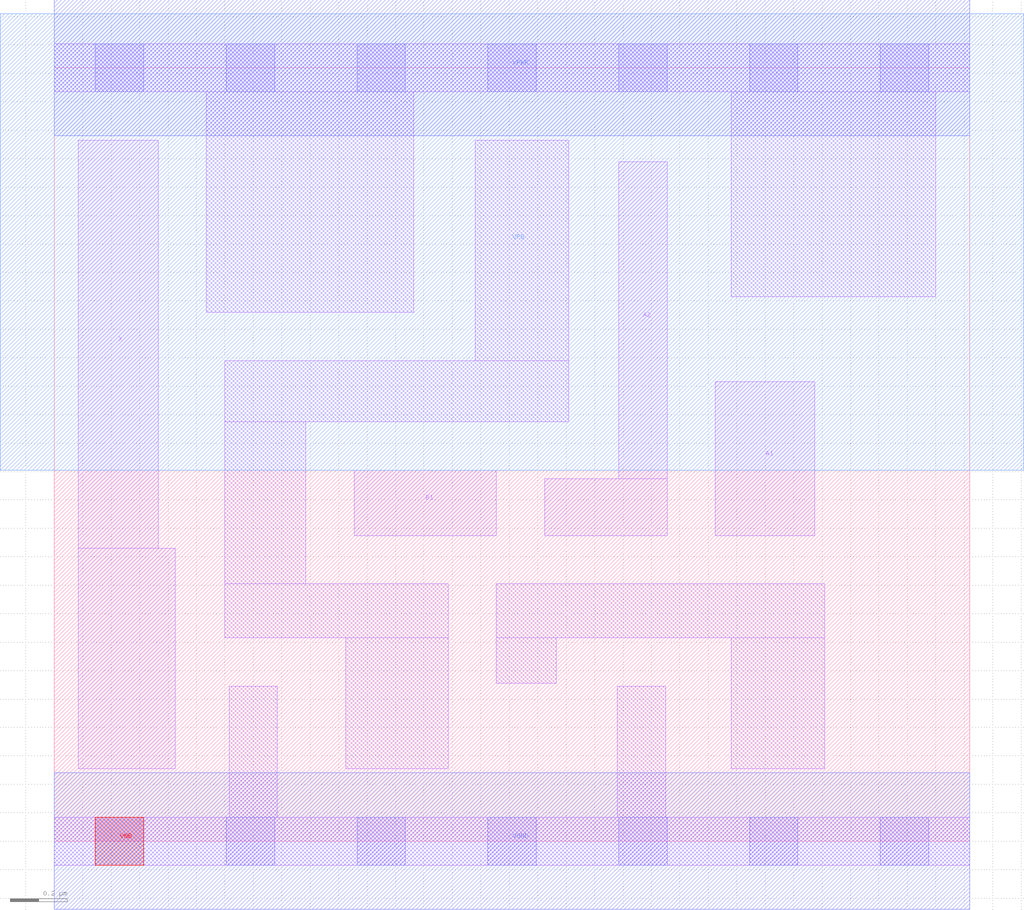
<source format=lef>
# Copyright 2020 The SkyWater PDK Authors
#
# Licensed under the Apache License, Version 2.0 (the "License");
# you may not use this file except in compliance with the License.
# You may obtain a copy of the License at
#
#     https://www.apache.org/licenses/LICENSE-2.0
#
# Unless required by applicable law or agreed to in writing, software
# distributed under the License is distributed on an "AS IS" BASIS,
# WITHOUT WARRANTIES OR CONDITIONS OF ANY KIND, either express or implied.
# See the License for the specific language governing permissions and
# limitations under the License.
#
# SPDX-License-Identifier: Apache-2.0

VERSION 5.7 ;
  NOWIREEXTENSIONATPIN ON ;
  DIVIDERCHAR "/" ;
  BUSBITCHARS "[]" ;
PROPERTYDEFINITIONS
  MACRO maskLayoutSubType STRING ;
  MACRO prCellType STRING ;
  MACRO originalViewName STRING ;
END PROPERTYDEFINITIONS
MACRO sky130_fd_sc_hdll__o21a_1
  CLASS CORE ;
  FOREIGN sky130_fd_sc_hdll__o21a_1 ;
  ORIGIN  0.000000  0.000000 ;
  SIZE  3.220000 BY  2.720000 ;
  SYMMETRY X Y R90 ;
  SITE unithd ;
  PIN A1
    ANTENNAGATEAREA  0.277500 ;
    DIRECTION INPUT ;
    USE SIGNAL ;
    PORT
      LAYER li1 ;
        RECT 2.325000 1.075000 2.675000 1.615000 ;
    END
  END A1
  PIN A2
    ANTENNAGATEAREA  0.277500 ;
    DIRECTION INPUT ;
    USE SIGNAL ;
    PORT
      LAYER li1 ;
        RECT 1.725000 1.075000 2.155000 1.275000 ;
        RECT 1.985000 1.275000 2.155000 2.390000 ;
    END
  END A2
  PIN B1
    ANTENNAGATEAREA  0.277500 ;
    DIRECTION INPUT ;
    USE SIGNAL ;
    PORT
      LAYER li1 ;
        RECT 1.055000 1.075000 1.555000 1.305000 ;
    END
  END B1
  PIN VGND
    ANTENNADIFFAREA  0.383500 ;
    DIRECTION INOUT ;
    USE SIGNAL ;
    PORT
      LAYER met1 ;
        RECT 0.000000 -0.240000 3.220000 0.240000 ;
    END
  END VGND
  PIN VNB
    PORT
      LAYER pwell ;
        RECT 0.145000 -0.085000 0.315000 0.085000 ;
    END
  END VNB
  PIN VPB
    PORT
      LAYER nwell ;
        RECT -0.190000 1.305000 3.410000 2.910000 ;
    END
  END VPB
  PIN VPWR
    ANTENNADIFFAREA  1.255000 ;
    DIRECTION INOUT ;
    USE SIGNAL ;
    PORT
      LAYER met1 ;
        RECT 0.000000 2.480000 3.220000 2.960000 ;
    END
  END VPWR
  PIN X
    ANTENNADIFFAREA  0.472000 ;
    DIRECTION OUTPUT ;
    USE SIGNAL ;
    PORT
      LAYER li1 ;
        RECT 0.085000 0.255000 0.425000 1.030000 ;
        RECT 0.085000 1.030000 0.365000 2.465000 ;
    END
  END X
  OBS
    LAYER li1 ;
      RECT 0.000000 -0.085000 3.220000 0.085000 ;
      RECT 0.000000  2.635000 3.220000 2.805000 ;
      RECT 0.535000  1.860000 1.265000 2.635000 ;
      RECT 0.600000  0.715000 1.385000 0.905000 ;
      RECT 0.600000  0.905000 0.885000 1.475000 ;
      RECT 0.600000  1.475000 1.810000 1.690000 ;
      RECT 0.615000  0.085000 0.785000 0.545000 ;
      RECT 1.025000  0.255000 1.385000 0.715000 ;
      RECT 1.480000  1.690000 1.810000 2.465000 ;
      RECT 1.555000  0.555000 1.765000 0.715000 ;
      RECT 1.555000  0.715000 2.710000 0.905000 ;
      RECT 1.980000  0.085000 2.150000 0.545000 ;
      RECT 2.380000  0.255000 2.710000 0.715000 ;
      RECT 2.380000  1.915000 3.100000 2.635000 ;
    LAYER mcon ;
      RECT 0.145000 -0.085000 0.315000 0.085000 ;
      RECT 0.145000  2.635000 0.315000 2.805000 ;
      RECT 0.605000 -0.085000 0.775000 0.085000 ;
      RECT 0.605000  2.635000 0.775000 2.805000 ;
      RECT 1.065000 -0.085000 1.235000 0.085000 ;
      RECT 1.065000  2.635000 1.235000 2.805000 ;
      RECT 1.525000 -0.085000 1.695000 0.085000 ;
      RECT 1.525000  2.635000 1.695000 2.805000 ;
      RECT 1.985000 -0.085000 2.155000 0.085000 ;
      RECT 1.985000  2.635000 2.155000 2.805000 ;
      RECT 2.445000 -0.085000 2.615000 0.085000 ;
      RECT 2.445000  2.635000 2.615000 2.805000 ;
      RECT 2.905000 -0.085000 3.075000 0.085000 ;
      RECT 2.905000  2.635000 3.075000 2.805000 ;
  END
  PROPERTY maskLayoutSubType "abstract" ;
  PROPERTY prCellType "standard" ;
  PROPERTY originalViewName "layout" ;
END sky130_fd_sc_hdll__o21a_1
END LIBRARY

</source>
